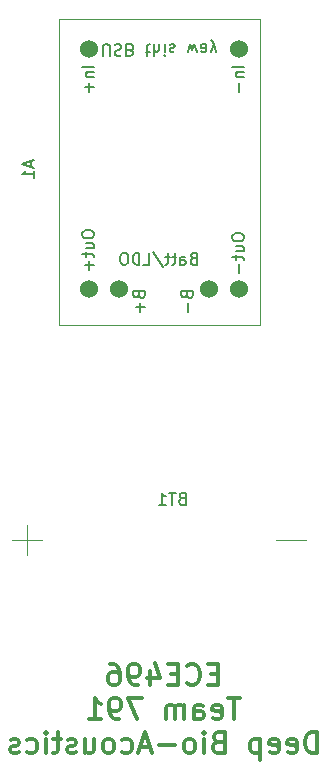
<source format=gbr>
G04 #@! TF.GenerationSoftware,KiCad,Pcbnew,(6.0.7)*
G04 #@! TF.CreationDate,2024-02-28T00:28:35-05:00*
G04 #@! TF.ProjectId,DBA,4442412e-6b69-4636-9164-5f7063625858,rev?*
G04 #@! TF.SameCoordinates,Original*
G04 #@! TF.FileFunction,Legend,Bot*
G04 #@! TF.FilePolarity,Positive*
%FSLAX46Y46*%
G04 Gerber Fmt 4.6, Leading zero omitted, Abs format (unit mm)*
G04 Created by KiCad (PCBNEW (6.0.7)) date 2024-02-28 00:28:35*
%MOMM*%
%LPD*%
G01*
G04 APERTURE LIST*
%ADD10C,0.300000*%
%ADD11C,0.150000*%
%ADD12C,0.120000*%
%ADD13C,1.524000*%
G04 APERTURE END LIST*
D10*
X139234333Y-108770420D02*
X138641666Y-108770420D01*
X138387666Y-109701753D02*
X139234333Y-109701753D01*
X139234333Y-107923753D01*
X138387666Y-107923753D01*
X136609666Y-109532420D02*
X136694333Y-109617086D01*
X136948333Y-109701753D01*
X137117666Y-109701753D01*
X137371666Y-109617086D01*
X137541000Y-109447753D01*
X137625666Y-109278420D01*
X137710333Y-108939753D01*
X137710333Y-108685753D01*
X137625666Y-108347086D01*
X137541000Y-108177753D01*
X137371666Y-108008420D01*
X137117666Y-107923753D01*
X136948333Y-107923753D01*
X136694333Y-108008420D01*
X136609666Y-108093086D01*
X135847666Y-108770420D02*
X135255000Y-108770420D01*
X135001000Y-109701753D02*
X135847666Y-109701753D01*
X135847666Y-107923753D01*
X135001000Y-107923753D01*
X133477000Y-108516420D02*
X133477000Y-109701753D01*
X133900333Y-107839086D02*
X134323666Y-109109086D01*
X133223000Y-109109086D01*
X132461000Y-109701753D02*
X132122333Y-109701753D01*
X131953000Y-109617086D01*
X131868333Y-109532420D01*
X131699000Y-109278420D01*
X131614333Y-108939753D01*
X131614333Y-108262420D01*
X131699000Y-108093086D01*
X131783666Y-108008420D01*
X131953000Y-107923753D01*
X132291666Y-107923753D01*
X132461000Y-108008420D01*
X132545666Y-108093086D01*
X132630333Y-108262420D01*
X132630333Y-108685753D01*
X132545666Y-108855086D01*
X132461000Y-108939753D01*
X132291666Y-109024420D01*
X131953000Y-109024420D01*
X131783666Y-108939753D01*
X131699000Y-108855086D01*
X131614333Y-108685753D01*
X130090333Y-107923753D02*
X130429000Y-107923753D01*
X130598333Y-108008420D01*
X130683000Y-108093086D01*
X130852333Y-108347086D01*
X130937000Y-108685753D01*
X130937000Y-109363086D01*
X130852333Y-109532420D01*
X130767666Y-109617086D01*
X130598333Y-109701753D01*
X130259666Y-109701753D01*
X130090333Y-109617086D01*
X130005666Y-109532420D01*
X129921000Y-109363086D01*
X129921000Y-108939753D01*
X130005666Y-108770420D01*
X130090333Y-108685753D01*
X130259666Y-108601086D01*
X130598333Y-108601086D01*
X130767666Y-108685753D01*
X130852333Y-108770420D01*
X130937000Y-108939753D01*
X141097000Y-110786333D02*
X140081000Y-110786333D01*
X140589000Y-112564333D02*
X140589000Y-110786333D01*
X138811000Y-112479666D02*
X138980333Y-112564333D01*
X139319000Y-112564333D01*
X139488333Y-112479666D01*
X139573000Y-112310333D01*
X139573000Y-111633000D01*
X139488333Y-111463666D01*
X139319000Y-111379000D01*
X138980333Y-111379000D01*
X138811000Y-111463666D01*
X138726333Y-111633000D01*
X138726333Y-111802333D01*
X139573000Y-111971666D01*
X137202333Y-112564333D02*
X137202333Y-111633000D01*
X137287000Y-111463666D01*
X137456333Y-111379000D01*
X137795000Y-111379000D01*
X137964333Y-111463666D01*
X137202333Y-112479666D02*
X137371666Y-112564333D01*
X137795000Y-112564333D01*
X137964333Y-112479666D01*
X138049000Y-112310333D01*
X138049000Y-112141000D01*
X137964333Y-111971666D01*
X137795000Y-111887000D01*
X137371666Y-111887000D01*
X137202333Y-111802333D01*
X136355666Y-112564333D02*
X136355666Y-111379000D01*
X136355666Y-111548333D02*
X136271000Y-111463666D01*
X136101666Y-111379000D01*
X135847666Y-111379000D01*
X135678333Y-111463666D01*
X135593666Y-111633000D01*
X135593666Y-112564333D01*
X135593666Y-111633000D02*
X135509000Y-111463666D01*
X135339666Y-111379000D01*
X135085666Y-111379000D01*
X134916333Y-111463666D01*
X134831666Y-111633000D01*
X134831666Y-112564333D01*
X132799666Y-110786333D02*
X131614333Y-110786333D01*
X132376333Y-112564333D01*
X130852333Y-112564333D02*
X130513666Y-112564333D01*
X130344333Y-112479666D01*
X130259666Y-112395000D01*
X130090333Y-112141000D01*
X130005666Y-111802333D01*
X130005666Y-111125000D01*
X130090333Y-110955666D01*
X130175000Y-110871000D01*
X130344333Y-110786333D01*
X130683000Y-110786333D01*
X130852333Y-110871000D01*
X130937000Y-110955666D01*
X131021666Y-111125000D01*
X131021666Y-111548333D01*
X130937000Y-111717666D01*
X130852333Y-111802333D01*
X130683000Y-111887000D01*
X130344333Y-111887000D01*
X130175000Y-111802333D01*
X130090333Y-111717666D01*
X130005666Y-111548333D01*
X128312333Y-112564333D02*
X129328333Y-112564333D01*
X128820333Y-112564333D02*
X128820333Y-110786333D01*
X128989666Y-111040333D01*
X129159000Y-111209666D01*
X129328333Y-111294333D01*
X147574000Y-115426913D02*
X147574000Y-113648913D01*
X147150666Y-113648913D01*
X146896666Y-113733580D01*
X146727333Y-113902913D01*
X146642666Y-114072246D01*
X146558000Y-114410913D01*
X146558000Y-114664913D01*
X146642666Y-115003580D01*
X146727333Y-115172913D01*
X146896666Y-115342246D01*
X147150666Y-115426913D01*
X147574000Y-115426913D01*
X145118666Y-115342246D02*
X145288000Y-115426913D01*
X145626666Y-115426913D01*
X145796000Y-115342246D01*
X145880666Y-115172913D01*
X145880666Y-114495580D01*
X145796000Y-114326246D01*
X145626666Y-114241580D01*
X145288000Y-114241580D01*
X145118666Y-114326246D01*
X145034000Y-114495580D01*
X145034000Y-114664913D01*
X145880666Y-114834246D01*
X143594666Y-115342246D02*
X143764000Y-115426913D01*
X144102666Y-115426913D01*
X144272000Y-115342246D01*
X144356666Y-115172913D01*
X144356666Y-114495580D01*
X144272000Y-114326246D01*
X144102666Y-114241580D01*
X143764000Y-114241580D01*
X143594666Y-114326246D01*
X143510000Y-114495580D01*
X143510000Y-114664913D01*
X144356666Y-114834246D01*
X142748000Y-114241580D02*
X142748000Y-116019580D01*
X142748000Y-114326246D02*
X142578666Y-114241580D01*
X142240000Y-114241580D01*
X142070666Y-114326246D01*
X141986000Y-114410913D01*
X141901333Y-114580246D01*
X141901333Y-115088246D01*
X141986000Y-115257580D01*
X142070666Y-115342246D01*
X142240000Y-115426913D01*
X142578666Y-115426913D01*
X142748000Y-115342246D01*
X139192000Y-114495580D02*
X138938000Y-114580246D01*
X138853333Y-114664913D01*
X138768666Y-114834246D01*
X138768666Y-115088246D01*
X138853333Y-115257580D01*
X138938000Y-115342246D01*
X139107333Y-115426913D01*
X139784666Y-115426913D01*
X139784666Y-113648913D01*
X139192000Y-113648913D01*
X139022666Y-113733580D01*
X138938000Y-113818246D01*
X138853333Y-113987580D01*
X138853333Y-114156913D01*
X138938000Y-114326246D01*
X139022666Y-114410913D01*
X139192000Y-114495580D01*
X139784666Y-114495580D01*
X138006666Y-115426913D02*
X138006666Y-114241580D01*
X138006666Y-113648913D02*
X138091333Y-113733580D01*
X138006666Y-113818246D01*
X137922000Y-113733580D01*
X138006666Y-113648913D01*
X138006666Y-113818246D01*
X136906000Y-115426913D02*
X137075333Y-115342246D01*
X137160000Y-115257580D01*
X137244666Y-115088246D01*
X137244666Y-114580246D01*
X137160000Y-114410913D01*
X137075333Y-114326246D01*
X136906000Y-114241580D01*
X136652000Y-114241580D01*
X136482666Y-114326246D01*
X136398000Y-114410913D01*
X136313333Y-114580246D01*
X136313333Y-115088246D01*
X136398000Y-115257580D01*
X136482666Y-115342246D01*
X136652000Y-115426913D01*
X136906000Y-115426913D01*
X135551333Y-114749580D02*
X134196666Y-114749580D01*
X133434666Y-114918913D02*
X132588000Y-114918913D01*
X133604000Y-115426913D02*
X133011333Y-113648913D01*
X132418666Y-115426913D01*
X131064000Y-115342246D02*
X131233333Y-115426913D01*
X131572000Y-115426913D01*
X131741333Y-115342246D01*
X131826000Y-115257580D01*
X131910666Y-115088246D01*
X131910666Y-114580246D01*
X131826000Y-114410913D01*
X131741333Y-114326246D01*
X131572000Y-114241580D01*
X131233333Y-114241580D01*
X131064000Y-114326246D01*
X130048000Y-115426913D02*
X130217333Y-115342246D01*
X130302000Y-115257580D01*
X130386666Y-115088246D01*
X130386666Y-114580246D01*
X130302000Y-114410913D01*
X130217333Y-114326246D01*
X130048000Y-114241580D01*
X129794000Y-114241580D01*
X129624666Y-114326246D01*
X129540000Y-114410913D01*
X129455333Y-114580246D01*
X129455333Y-115088246D01*
X129540000Y-115257580D01*
X129624666Y-115342246D01*
X129794000Y-115426913D01*
X130048000Y-115426913D01*
X127931333Y-114241580D02*
X127931333Y-115426913D01*
X128693333Y-114241580D02*
X128693333Y-115172913D01*
X128608666Y-115342246D01*
X128439333Y-115426913D01*
X128185333Y-115426913D01*
X128016000Y-115342246D01*
X127931333Y-115257580D01*
X127169333Y-115342246D02*
X127000000Y-115426913D01*
X126661333Y-115426913D01*
X126492000Y-115342246D01*
X126407333Y-115172913D01*
X126407333Y-115088246D01*
X126492000Y-114918913D01*
X126661333Y-114834246D01*
X126915333Y-114834246D01*
X127084666Y-114749580D01*
X127169333Y-114580246D01*
X127169333Y-114495580D01*
X127084666Y-114326246D01*
X126915333Y-114241580D01*
X126661333Y-114241580D01*
X126492000Y-114326246D01*
X125899333Y-114241580D02*
X125222000Y-114241580D01*
X125645333Y-113648913D02*
X125645333Y-115172913D01*
X125560666Y-115342246D01*
X125391333Y-115426913D01*
X125222000Y-115426913D01*
X124629333Y-115426913D02*
X124629333Y-114241580D01*
X124629333Y-113648913D02*
X124714000Y-113733580D01*
X124629333Y-113818246D01*
X124544666Y-113733580D01*
X124629333Y-113648913D01*
X124629333Y-113818246D01*
X123020666Y-115342246D02*
X123190000Y-115426913D01*
X123528666Y-115426913D01*
X123698000Y-115342246D01*
X123782666Y-115257580D01*
X123867333Y-115088246D01*
X123867333Y-114580246D01*
X123782666Y-114410913D01*
X123698000Y-114326246D01*
X123528666Y-114241580D01*
X123190000Y-114241580D01*
X123020666Y-114326246D01*
X122343333Y-115342246D02*
X122174000Y-115426913D01*
X121835333Y-115426913D01*
X121666000Y-115342246D01*
X121581333Y-115172913D01*
X121581333Y-115088246D01*
X121666000Y-114918913D01*
X121835333Y-114834246D01*
X122089333Y-114834246D01*
X122258666Y-114749580D01*
X122343333Y-114580246D01*
X122343333Y-114495580D01*
X122258666Y-114326246D01*
X122089333Y-114241580D01*
X121835333Y-114241580D01*
X121666000Y-114326246D01*
D11*
G04 #@! TO.C,A1*
X123356666Y-65325714D02*
X123356666Y-65801904D01*
X123642380Y-65230476D02*
X122642380Y-65563809D01*
X123642380Y-65897142D01*
X123642380Y-66754285D02*
X123642380Y-66182857D01*
X123642380Y-66468571D02*
X122642380Y-66468571D01*
X122785238Y-66373333D01*
X122880476Y-66278095D01*
X122928095Y-66182857D01*
X136580571Y-76668380D02*
X136628190Y-76811238D01*
X136675809Y-76858857D01*
X136771047Y-76906476D01*
X136913904Y-76906476D01*
X137009142Y-76858857D01*
X137056761Y-76811238D01*
X137104380Y-76716000D01*
X137104380Y-76335047D01*
X136104380Y-76335047D01*
X136104380Y-76668380D01*
X136152000Y-76763619D01*
X136199619Y-76811238D01*
X136294857Y-76858857D01*
X136390095Y-76858857D01*
X136485333Y-76811238D01*
X136532952Y-76763619D01*
X136580571Y-76668380D01*
X136580571Y-76335047D01*
X136723428Y-77335047D02*
X136723428Y-78096952D01*
X128722380Y-57348571D02*
X127722380Y-57348571D01*
X128055714Y-57824761D02*
X128722380Y-57824761D01*
X128150952Y-57824761D02*
X128103333Y-57872380D01*
X128055714Y-57967619D01*
X128055714Y-58110476D01*
X128103333Y-58205714D01*
X128198571Y-58253333D01*
X128722380Y-58253333D01*
X128341428Y-58729523D02*
X128341428Y-59491428D01*
X128722380Y-59110476D02*
X127960476Y-59110476D01*
X140422380Y-71699619D02*
X140422380Y-71890095D01*
X140470000Y-71985333D01*
X140565238Y-72080571D01*
X140755714Y-72128190D01*
X141089047Y-72128190D01*
X141279523Y-72080571D01*
X141374761Y-71985333D01*
X141422380Y-71890095D01*
X141422380Y-71699619D01*
X141374761Y-71604380D01*
X141279523Y-71509142D01*
X141089047Y-71461523D01*
X140755714Y-71461523D01*
X140565238Y-71509142D01*
X140470000Y-71604380D01*
X140422380Y-71699619D01*
X140755714Y-72985333D02*
X141422380Y-72985333D01*
X140755714Y-72556761D02*
X141279523Y-72556761D01*
X141374761Y-72604380D01*
X141422380Y-72699619D01*
X141422380Y-72842476D01*
X141374761Y-72937714D01*
X141327142Y-72985333D01*
X140755714Y-73318666D02*
X140755714Y-73699619D01*
X140422380Y-73461523D02*
X141279523Y-73461523D01*
X141374761Y-73509142D01*
X141422380Y-73604380D01*
X141422380Y-73699619D01*
X141041428Y-74032952D02*
X141041428Y-74794857D01*
X129477095Y-56427619D02*
X129477095Y-55618095D01*
X129524714Y-55522857D01*
X129572333Y-55475238D01*
X129667571Y-55427619D01*
X129858047Y-55427619D01*
X129953285Y-55475238D01*
X130000904Y-55522857D01*
X130048523Y-55618095D01*
X130048523Y-56427619D01*
X130477095Y-55475238D02*
X130619952Y-55427619D01*
X130858047Y-55427619D01*
X130953285Y-55475238D01*
X131000904Y-55522857D01*
X131048523Y-55618095D01*
X131048523Y-55713333D01*
X131000904Y-55808571D01*
X130953285Y-55856190D01*
X130858047Y-55903809D01*
X130667571Y-55951428D01*
X130572333Y-55999047D01*
X130524714Y-56046666D01*
X130477095Y-56141904D01*
X130477095Y-56237142D01*
X130524714Y-56332380D01*
X130572333Y-56380000D01*
X130667571Y-56427619D01*
X130905666Y-56427619D01*
X131048523Y-56380000D01*
X131810428Y-55951428D02*
X131953285Y-55903809D01*
X132000904Y-55856190D01*
X132048523Y-55760952D01*
X132048523Y-55618095D01*
X132000904Y-55522857D01*
X131953285Y-55475238D01*
X131858047Y-55427619D01*
X131477095Y-55427619D01*
X131477095Y-56427619D01*
X131810428Y-56427619D01*
X131905666Y-56380000D01*
X131953285Y-56332380D01*
X132000904Y-56237142D01*
X132000904Y-56141904D01*
X131953285Y-56046666D01*
X131905666Y-55999047D01*
X131810428Y-55951428D01*
X131477095Y-55951428D01*
X133096142Y-56094285D02*
X133477095Y-56094285D01*
X133239000Y-56427619D02*
X133239000Y-55570476D01*
X133286619Y-55475238D01*
X133381857Y-55427619D01*
X133477095Y-55427619D01*
X133810428Y-55427619D02*
X133810428Y-56427619D01*
X134239000Y-55427619D02*
X134239000Y-55951428D01*
X134191380Y-56046666D01*
X134096142Y-56094285D01*
X133953285Y-56094285D01*
X133858047Y-56046666D01*
X133810428Y-55999047D01*
X134715190Y-55427619D02*
X134715190Y-56094285D01*
X134715190Y-56427619D02*
X134667571Y-56380000D01*
X134715190Y-56332380D01*
X134762809Y-56380000D01*
X134715190Y-56427619D01*
X134715190Y-56332380D01*
X135143761Y-55475238D02*
X135239000Y-55427619D01*
X135429476Y-55427619D01*
X135524714Y-55475238D01*
X135572333Y-55570476D01*
X135572333Y-55618095D01*
X135524714Y-55713333D01*
X135429476Y-55760952D01*
X135286619Y-55760952D01*
X135191380Y-55808571D01*
X135143761Y-55903809D01*
X135143761Y-55951428D01*
X135191380Y-56046666D01*
X135286619Y-56094285D01*
X135429476Y-56094285D01*
X135524714Y-56046666D01*
X136667571Y-56094285D02*
X136858047Y-55427619D01*
X137048523Y-55903809D01*
X137239000Y-55427619D01*
X137429476Y-56094285D01*
X138239000Y-55427619D02*
X138239000Y-55951428D01*
X138191380Y-56046666D01*
X138096142Y-56094285D01*
X137905666Y-56094285D01*
X137810428Y-56046666D01*
X138239000Y-55475238D02*
X138143761Y-55427619D01*
X137905666Y-55427619D01*
X137810428Y-55475238D01*
X137762809Y-55570476D01*
X137762809Y-55665714D01*
X137810428Y-55760952D01*
X137905666Y-55808571D01*
X138143761Y-55808571D01*
X138239000Y-55856190D01*
X138619952Y-56094285D02*
X138858047Y-55427619D01*
X139096142Y-56094285D02*
X138858047Y-55427619D01*
X138762809Y-55189523D01*
X138715190Y-55141904D01*
X138619952Y-55094285D01*
X141422380Y-57348571D02*
X140422380Y-57348571D01*
X140755714Y-57824761D02*
X141422380Y-57824761D01*
X140850952Y-57824761D02*
X140803333Y-57872380D01*
X140755714Y-57967619D01*
X140755714Y-58110476D01*
X140803333Y-58205714D01*
X140898571Y-58253333D01*
X141422380Y-58253333D01*
X141041428Y-58729523D02*
X141041428Y-59491428D01*
X137143761Y-73588571D02*
X137000904Y-73636190D01*
X136953285Y-73683809D01*
X136905666Y-73779047D01*
X136905666Y-73921904D01*
X136953285Y-74017142D01*
X137000904Y-74064761D01*
X137096142Y-74112380D01*
X137477095Y-74112380D01*
X137477095Y-73112380D01*
X137143761Y-73112380D01*
X137048523Y-73160000D01*
X137000904Y-73207619D01*
X136953285Y-73302857D01*
X136953285Y-73398095D01*
X137000904Y-73493333D01*
X137048523Y-73540952D01*
X137143761Y-73588571D01*
X137477095Y-73588571D01*
X136048523Y-74112380D02*
X136048523Y-73588571D01*
X136096142Y-73493333D01*
X136191380Y-73445714D01*
X136381857Y-73445714D01*
X136477095Y-73493333D01*
X136048523Y-74064761D02*
X136143761Y-74112380D01*
X136381857Y-74112380D01*
X136477095Y-74064761D01*
X136524714Y-73969523D01*
X136524714Y-73874285D01*
X136477095Y-73779047D01*
X136381857Y-73731428D01*
X136143761Y-73731428D01*
X136048523Y-73683809D01*
X135715190Y-73445714D02*
X135334238Y-73445714D01*
X135572333Y-73112380D02*
X135572333Y-73969523D01*
X135524714Y-74064761D01*
X135429476Y-74112380D01*
X135334238Y-74112380D01*
X135143761Y-73445714D02*
X134762809Y-73445714D01*
X135000904Y-73112380D02*
X135000904Y-73969523D01*
X134953285Y-74064761D01*
X134858047Y-74112380D01*
X134762809Y-74112380D01*
X133715190Y-73064761D02*
X134572333Y-74350476D01*
X132905666Y-74112380D02*
X133381857Y-74112380D01*
X133381857Y-73112380D01*
X132572333Y-74112380D02*
X132572333Y-73112380D01*
X132334238Y-73112380D01*
X132191380Y-73160000D01*
X132096142Y-73255238D01*
X132048523Y-73350476D01*
X132000904Y-73540952D01*
X132000904Y-73683809D01*
X132048523Y-73874285D01*
X132096142Y-73969523D01*
X132191380Y-74064761D01*
X132334238Y-74112380D01*
X132572333Y-74112380D01*
X131381857Y-73112380D02*
X131191380Y-73112380D01*
X131096142Y-73160000D01*
X131000904Y-73255238D01*
X130953285Y-73445714D01*
X130953285Y-73779047D01*
X131000904Y-73969523D01*
X131096142Y-74064761D01*
X131191380Y-74112380D01*
X131381857Y-74112380D01*
X131477095Y-74064761D01*
X131572333Y-73969523D01*
X131619952Y-73779047D01*
X131619952Y-73445714D01*
X131572333Y-73255238D01*
X131477095Y-73160000D01*
X131381857Y-73112380D01*
X127722380Y-71445619D02*
X127722380Y-71636095D01*
X127770000Y-71731333D01*
X127865238Y-71826571D01*
X128055714Y-71874190D01*
X128389047Y-71874190D01*
X128579523Y-71826571D01*
X128674761Y-71731333D01*
X128722380Y-71636095D01*
X128722380Y-71445619D01*
X128674761Y-71350380D01*
X128579523Y-71255142D01*
X128389047Y-71207523D01*
X128055714Y-71207523D01*
X127865238Y-71255142D01*
X127770000Y-71350380D01*
X127722380Y-71445619D01*
X128055714Y-72731333D02*
X128722380Y-72731333D01*
X128055714Y-72302761D02*
X128579523Y-72302761D01*
X128674761Y-72350380D01*
X128722380Y-72445619D01*
X128722380Y-72588476D01*
X128674761Y-72683714D01*
X128627142Y-72731333D01*
X128055714Y-73064666D02*
X128055714Y-73445619D01*
X127722380Y-73207523D02*
X128579523Y-73207523D01*
X128674761Y-73255142D01*
X128722380Y-73350380D01*
X128722380Y-73445619D01*
X128341428Y-73778952D02*
X128341428Y-74540857D01*
X128722380Y-74159904D02*
X127960476Y-74159904D01*
X132516571Y-76668380D02*
X132564190Y-76811238D01*
X132611809Y-76858857D01*
X132707047Y-76906476D01*
X132849904Y-76906476D01*
X132945142Y-76858857D01*
X132992761Y-76811238D01*
X133040380Y-76716000D01*
X133040380Y-76335047D01*
X132040380Y-76335047D01*
X132040380Y-76668380D01*
X132088000Y-76763619D01*
X132135619Y-76811238D01*
X132230857Y-76858857D01*
X132326095Y-76858857D01*
X132421333Y-76811238D01*
X132468952Y-76763619D01*
X132516571Y-76668380D01*
X132516571Y-76335047D01*
X132659428Y-77335047D02*
X132659428Y-78096952D01*
X133040380Y-77716000D02*
X132278476Y-77716000D01*
G04 #@! TO.C,BT1*
X136167714Y-93908571D02*
X136024857Y-93956190D01*
X135977238Y-94003809D01*
X135929619Y-94099047D01*
X135929619Y-94241904D01*
X135977238Y-94337142D01*
X136024857Y-94384761D01*
X136120095Y-94432380D01*
X136501047Y-94432380D01*
X136501047Y-93432380D01*
X136167714Y-93432380D01*
X136072476Y-93480000D01*
X136024857Y-93527619D01*
X135977238Y-93622857D01*
X135977238Y-93718095D01*
X136024857Y-93813333D01*
X136072476Y-93860952D01*
X136167714Y-93908571D01*
X136501047Y-93908571D01*
X135643904Y-93432380D02*
X135072476Y-93432380D01*
X135358190Y-94432380D02*
X135358190Y-93432380D01*
X134215333Y-94432380D02*
X134786761Y-94432380D01*
X134501047Y-94432380D02*
X134501047Y-93432380D01*
X134596285Y-93575238D01*
X134691523Y-93670476D01*
X134786761Y-93718095D01*
D12*
G04 #@! TO.C,A1*
X125730000Y-53340000D02*
X142748000Y-53340000D01*
X142748000Y-53340000D02*
X142748000Y-79248000D01*
X142748000Y-79248000D02*
X125730000Y-79248000D01*
X125730000Y-79248000D02*
X125730000Y-53340000D01*
G04 #@! TO.C,BT1*
X123068000Y-96190000D02*
X123068000Y-98690000D01*
X146660000Y-97440000D02*
X144160000Y-97440000D01*
X121818000Y-97440000D02*
X124318000Y-97440000D01*
G04 #@! TD*
D13*
G04 #@! TO.C,A1*
X140970000Y-76200000D03*
X140970000Y-55880000D03*
X138430000Y-76200000D03*
X128270000Y-76200000D03*
X130810000Y-76200000D03*
X128270000Y-55880000D03*
G04 #@! TD*
M02*

</source>
